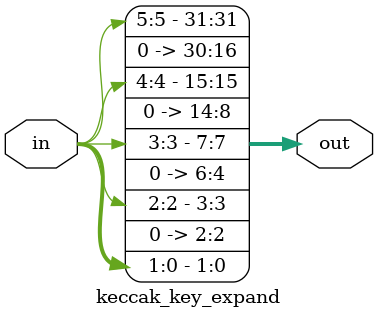
<source format=v>

module keccak_key_expand(in, out);
    input [7:0] in;
    output [31:0] out;
    
    assign out = {in[5], 15'b0, in[4], 7'b0, in[3], 3'b0, in[2], 1'b0, in[1], in[0]};
endmodule
</source>
